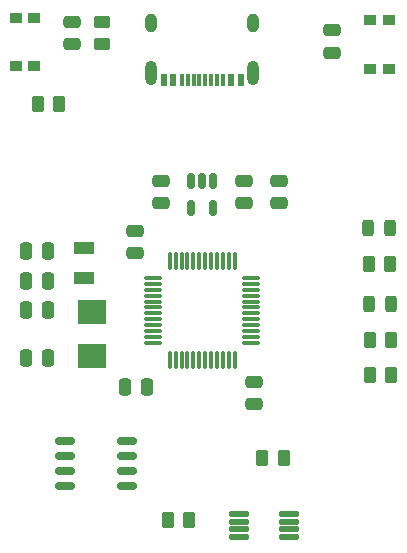
<source format=gtp>
%TF.GenerationSoftware,KiCad,Pcbnew,9.0.0*%
%TF.CreationDate,2025-03-17T13:33:28-06:00*%
%TF.ProjectId,TempLog,54656d70-4c6f-4672-9e6b-696361645f70,rev?*%
%TF.SameCoordinates,Original*%
%TF.FileFunction,Paste,Top*%
%TF.FilePolarity,Positive*%
%FSLAX46Y46*%
G04 Gerber Fmt 4.6, Leading zero omitted, Abs format (unit mm)*
G04 Created by KiCad (PCBNEW 9.0.0) date 2025-03-17 13:33:28*
%MOMM*%
%LPD*%
G01*
G04 APERTURE LIST*
G04 Aperture macros list*
%AMRoundRect*
0 Rectangle with rounded corners*
0 $1 Rounding radius*
0 $2 $3 $4 $5 $6 $7 $8 $9 X,Y pos of 4 corners*
0 Add a 4 corners polygon primitive as box body*
4,1,4,$2,$3,$4,$5,$6,$7,$8,$9,$2,$3,0*
0 Add four circle primitives for the rounded corners*
1,1,$1+$1,$2,$3*
1,1,$1+$1,$4,$5*
1,1,$1+$1,$6,$7*
1,1,$1+$1,$8,$9*
0 Add four rect primitives between the rounded corners*
20,1,$1+$1,$2,$3,$4,$5,0*
20,1,$1+$1,$4,$5,$6,$7,0*
20,1,$1+$1,$6,$7,$8,$9,0*
20,1,$1+$1,$8,$9,$2,$3,0*%
G04 Aperture macros list end*
%ADD10RoundRect,0.250000X-0.262500X-0.450000X0.262500X-0.450000X0.262500X0.450000X-0.262500X0.450000X0*%
%ADD11R,0.600000X1.000000*%
%ADD12O,1.000000X1.600000*%
%ADD13O,1.000000X2.100000*%
%ADD14R,0.300000X1.000000*%
%ADD15RoundRect,0.075000X-0.075000X-0.662500X0.075000X-0.662500X0.075000X0.662500X-0.075000X0.662500X0*%
%ADD16RoundRect,0.075000X-0.662500X-0.075000X0.662500X-0.075000X0.662500X0.075000X-0.662500X0.075000X0*%
%ADD17RoundRect,0.125000X-0.687500X-0.125000X0.687500X-0.125000X0.687500X0.125000X-0.687500X0.125000X0*%
%ADD18RoundRect,0.250000X-0.475000X0.250000X-0.475000X-0.250000X0.475000X-0.250000X0.475000X0.250000X0*%
%ADD19RoundRect,0.250000X0.450000X-0.262500X0.450000X0.262500X-0.450000X0.262500X-0.450000X-0.262500X0*%
%ADD20R,2.400000X2.000000*%
%ADD21RoundRect,0.250000X0.250000X0.475000X-0.250000X0.475000X-0.250000X-0.475000X0.250000X-0.475000X0*%
%ADD22RoundRect,0.250000X0.262500X0.450000X-0.262500X0.450000X-0.262500X-0.450000X0.262500X-0.450000X0*%
%ADD23R,1.800000X1.000000*%
%ADD24RoundRect,0.250000X0.475000X-0.250000X0.475000X0.250000X-0.475000X0.250000X-0.475000X-0.250000X0*%
%ADD25R,1.000000X0.900000*%
%ADD26RoundRect,0.250000X-0.250000X-0.475000X0.250000X-0.475000X0.250000X0.475000X-0.250000X0.475000X0*%
%ADD27RoundRect,0.150000X-0.675000X-0.150000X0.675000X-0.150000X0.675000X0.150000X-0.675000X0.150000X0*%
%ADD28RoundRect,0.243750X0.243750X0.456250X-0.243750X0.456250X-0.243750X-0.456250X0.243750X-0.456250X0*%
%ADD29RoundRect,0.150000X-0.150000X0.512500X-0.150000X-0.512500X0.150000X-0.512500X0.150000X0.512500X0*%
G04 APERTURE END LIST*
D10*
%TO.C,R13*%
X118912500Y-114750000D03*
X117087500Y-114750000D03*
%TD*%
D11*
%TO.C,J6*%
X117568000Y-77455000D03*
X122468000Y-77455000D03*
D12*
X115700000Y-72700000D03*
D13*
X115700000Y-76880000D03*
X124336000Y-76880000D03*
D12*
X124336000Y-72700000D03*
D11*
X116793000Y-77455000D03*
X123243000Y-77455000D03*
D14*
X121768000Y-77455000D03*
X120768000Y-77455000D03*
X119268000Y-77455000D03*
X118268000Y-77455000D03*
X118768000Y-77455000D03*
X119768000Y-77455000D03*
X120268000Y-77455000D03*
X121268000Y-77455000D03*
%TD*%
D15*
%TO.C,U1*%
X117250000Y-92837500D03*
X118250000Y-92837500D03*
X118750000Y-92837500D03*
X119250000Y-92837500D03*
X119750000Y-92837500D03*
X120250000Y-92837500D03*
X120750000Y-92837500D03*
X121250000Y-92837500D03*
X121750000Y-92837500D03*
X122250000Y-92837500D03*
X122750000Y-92837500D03*
D16*
X124162500Y-94250000D03*
X124162500Y-94750000D03*
X124162500Y-95250000D03*
X124162500Y-95750000D03*
X124162500Y-96250000D03*
X124162500Y-96750000D03*
X124162500Y-97250000D03*
X124162500Y-97750000D03*
X124162500Y-98250000D03*
X124162500Y-98750000D03*
X124162500Y-99250000D03*
X124162500Y-99750000D03*
D15*
X122750000Y-101162500D03*
X121750000Y-101162500D03*
X121250000Y-101162500D03*
X120750000Y-101162500D03*
X120250000Y-101162500D03*
X119750000Y-101162500D03*
X119250000Y-101162500D03*
X118750000Y-101162500D03*
X118250000Y-101162500D03*
X117750000Y-101162500D03*
X117250000Y-101162500D03*
D16*
X115837500Y-99750000D03*
X115837500Y-99250000D03*
X115837500Y-98750000D03*
X115837500Y-98250000D03*
X115837500Y-97250000D03*
X115837500Y-96750000D03*
X115837500Y-96250000D03*
X115837500Y-95750000D03*
X115837500Y-95250000D03*
X115837500Y-94750000D03*
X115837500Y-94250000D03*
D15*
X117750000Y-92837500D03*
D16*
X115837500Y-97750000D03*
D15*
X122250000Y-101162500D03*
%TD*%
D17*
%TO.C,U3*%
X127312500Y-114225000D03*
X123087500Y-114875000D03*
X123087500Y-114225000D03*
X127312500Y-114875000D03*
X127312500Y-115525000D03*
X123087500Y-115525000D03*
X127312500Y-116175000D03*
X123087500Y-116175000D03*
%TD*%
D18*
%TO.C,C1*%
X131000000Y-73300000D03*
X131000000Y-75200000D03*
%TD*%
%TO.C,C2*%
X116550000Y-86050000D03*
X116550000Y-87950000D03*
%TD*%
D19*
%TO.C,R10*%
X111500000Y-74412500D03*
X111500000Y-72587500D03*
%TD*%
D20*
%TO.C,Y1*%
X110700000Y-100850000D03*
X110700000Y-97150000D03*
%TD*%
D18*
%TO.C,C7*%
X124400000Y-103050000D03*
X124400000Y-104950000D03*
%TD*%
D21*
%TO.C,C12*%
X105050000Y-94500000D03*
X106950000Y-94500000D03*
%TD*%
D22*
%TO.C,R6*%
X134170000Y-102500000D03*
X135995000Y-102500000D03*
%TD*%
D23*
%TO.C,Y2*%
X110000000Y-94250000D03*
X110000000Y-91750000D03*
%TD*%
D21*
%TO.C,C11*%
X105050000Y-92000000D03*
X106950000Y-92000000D03*
%TD*%
%TO.C,C9*%
X106950000Y-97000000D03*
X105050000Y-97000000D03*
%TD*%
D24*
%TO.C,C5*%
X126500000Y-87950000D03*
X126500000Y-86050000D03*
%TD*%
D22*
%TO.C,R11*%
X106087500Y-79500000D03*
X107912500Y-79500000D03*
%TD*%
D24*
%TO.C,C3*%
X123550000Y-87950000D03*
X123550000Y-86050000D03*
%TD*%
D25*
%TO.C,SW1*%
X134200000Y-76550000D03*
X134200000Y-72450000D03*
X135800000Y-72450000D03*
X135800000Y-76550000D03*
%TD*%
D10*
%TO.C,R9*%
X135995000Y-99500000D03*
X134170000Y-99500000D03*
%TD*%
D26*
%TO.C,C6*%
X113450000Y-103500000D03*
X115350000Y-103500000D03*
%TD*%
D27*
%TO.C,U2*%
X113625000Y-108095000D03*
X113625000Y-109365000D03*
X113625000Y-110635000D03*
X113625000Y-111905000D03*
X108375000Y-110635000D03*
X108375000Y-109365000D03*
X108375000Y-108095000D03*
X108375000Y-111905000D03*
%TD*%
D21*
%TO.C,C10*%
X106950000Y-101000000D03*
X105050000Y-101000000D03*
%TD*%
D28*
%TO.C,D2*%
X134125000Y-96466666D03*
X136000000Y-96466666D03*
%TD*%
D29*
%TO.C,U6*%
X120950000Y-88337500D03*
X119050000Y-88337500D03*
X119050000Y-86062500D03*
X120950000Y-86062500D03*
X120000000Y-86062500D03*
%TD*%
D25*
%TO.C,SW2*%
X105800000Y-72248529D03*
X105800000Y-76348529D03*
X104200000Y-76348529D03*
X104200000Y-72248529D03*
%TD*%
D22*
%TO.C,R12*%
X125087500Y-109500000D03*
X126912500Y-109500000D03*
%TD*%
D18*
%TO.C,C8*%
X109000000Y-74450000D03*
X109000000Y-72550000D03*
%TD*%
D24*
%TO.C,C4*%
X114300000Y-92150000D03*
X114300000Y-90250000D03*
%TD*%
D10*
%TO.C,R8*%
X134107500Y-93033333D03*
X135932500Y-93033333D03*
%TD*%
D28*
%TO.C,D1*%
X134062500Y-90000000D03*
X135937500Y-90000000D03*
%TD*%
M02*

</source>
